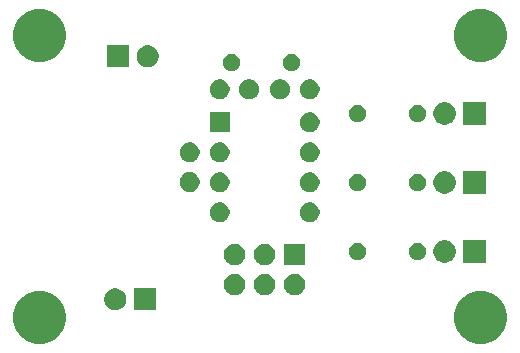
<source format=gbr>
G04 #@! TF.GenerationSoftware,KiCad,Pcbnew,(5.1.5)-3*
G04 #@! TF.CreationDate,2020-01-24T11:16:49+01:00*
G04 #@! TF.ProjectId,Ladestandsanzeige,4c616465-7374-4616-9e64-73616e7a6569,rev?*
G04 #@! TF.SameCoordinates,Original*
G04 #@! TF.FileFunction,Soldermask,Bot*
G04 #@! TF.FilePolarity,Negative*
%FSLAX46Y46*%
G04 Gerber Fmt 4.6, Leading zero omitted, Abs format (unit mm)*
G04 Created by KiCad (PCBNEW (5.1.5)-3) date 2020-01-24 11:16:49*
%MOMM*%
%LPD*%
G04 APERTURE LIST*
%ADD10C,0.100000*%
G04 APERTURE END LIST*
D10*
G36*
X160026556Y-121962728D02*
G01*
X160422593Y-122041504D01*
X160832249Y-122211189D01*
X161200929Y-122457534D01*
X161514466Y-122771071D01*
X161760811Y-123139751D01*
X161930496Y-123549407D01*
X162017000Y-123984296D01*
X162017000Y-124427704D01*
X161930496Y-124862593D01*
X161760811Y-125272249D01*
X161514466Y-125640929D01*
X161200929Y-125954466D01*
X160832249Y-126200811D01*
X160422593Y-126370496D01*
X160041880Y-126446224D01*
X159987705Y-126457000D01*
X159544295Y-126457000D01*
X159490120Y-126446224D01*
X159109407Y-126370496D01*
X158699751Y-126200811D01*
X158331071Y-125954466D01*
X158017534Y-125640929D01*
X157771189Y-125272249D01*
X157601504Y-124862593D01*
X157515000Y-124427704D01*
X157515000Y-123984296D01*
X157601504Y-123549407D01*
X157771189Y-123139751D01*
X158017534Y-122771071D01*
X158331071Y-122457534D01*
X158699751Y-122211189D01*
X159109407Y-122041504D01*
X159505444Y-121962728D01*
X159544295Y-121955000D01*
X159987705Y-121955000D01*
X160026556Y-121962728D01*
G37*
G36*
X122688556Y-121962728D02*
G01*
X123084593Y-122041504D01*
X123494249Y-122211189D01*
X123862929Y-122457534D01*
X124176466Y-122771071D01*
X124422811Y-123139751D01*
X124592496Y-123549407D01*
X124679000Y-123984296D01*
X124679000Y-124427704D01*
X124592496Y-124862593D01*
X124422811Y-125272249D01*
X124176466Y-125640929D01*
X123862929Y-125954466D01*
X123494249Y-126200811D01*
X123084593Y-126370496D01*
X122703880Y-126446224D01*
X122649705Y-126457000D01*
X122206295Y-126457000D01*
X122152120Y-126446224D01*
X121771407Y-126370496D01*
X121361751Y-126200811D01*
X120993071Y-125954466D01*
X120679534Y-125640929D01*
X120433189Y-125272249D01*
X120263504Y-124862593D01*
X120177000Y-124427704D01*
X120177000Y-123984296D01*
X120263504Y-123549407D01*
X120433189Y-123139751D01*
X120679534Y-122771071D01*
X120993071Y-122457534D01*
X121361751Y-122211189D01*
X121771407Y-122041504D01*
X122167444Y-121962728D01*
X122206295Y-121955000D01*
X122649705Y-121955000D01*
X122688556Y-121962728D01*
G37*
G36*
X132244000Y-123608000D02*
G01*
X130392000Y-123608000D01*
X130392000Y-121756000D01*
X132244000Y-121756000D01*
X132244000Y-123608000D01*
G37*
G36*
X129088104Y-121791585D02*
G01*
X129256626Y-121861389D01*
X129408291Y-121962728D01*
X129537272Y-122091709D01*
X129638611Y-122243374D01*
X129708415Y-122411896D01*
X129744000Y-122590797D01*
X129744000Y-122773203D01*
X129708415Y-122952104D01*
X129638611Y-123120626D01*
X129537272Y-123272291D01*
X129408291Y-123401272D01*
X129256626Y-123502611D01*
X129088104Y-123572415D01*
X128909203Y-123608000D01*
X128726797Y-123608000D01*
X128547896Y-123572415D01*
X128379374Y-123502611D01*
X128227709Y-123401272D01*
X128098728Y-123272291D01*
X127997389Y-123120626D01*
X127927585Y-122952104D01*
X127892000Y-122773203D01*
X127892000Y-122590797D01*
X127927585Y-122411896D01*
X127997389Y-122243374D01*
X128098728Y-122091709D01*
X128227709Y-121962728D01*
X128379374Y-121861389D01*
X128547896Y-121791585D01*
X128726797Y-121756000D01*
X128909203Y-121756000D01*
X129088104Y-121791585D01*
G37*
G36*
X144131512Y-120515927D02*
G01*
X144280812Y-120545624D01*
X144444784Y-120613544D01*
X144592354Y-120712147D01*
X144717853Y-120837646D01*
X144816456Y-120985216D01*
X144884376Y-121149188D01*
X144919000Y-121323259D01*
X144919000Y-121500741D01*
X144884376Y-121674812D01*
X144816456Y-121838784D01*
X144717853Y-121986354D01*
X144592354Y-122111853D01*
X144444784Y-122210456D01*
X144280812Y-122278376D01*
X144131512Y-122308073D01*
X144106742Y-122313000D01*
X143929258Y-122313000D01*
X143904488Y-122308073D01*
X143755188Y-122278376D01*
X143591216Y-122210456D01*
X143443646Y-122111853D01*
X143318147Y-121986354D01*
X143219544Y-121838784D01*
X143151624Y-121674812D01*
X143117000Y-121500741D01*
X143117000Y-121323259D01*
X143151624Y-121149188D01*
X143219544Y-120985216D01*
X143318147Y-120837646D01*
X143443646Y-120712147D01*
X143591216Y-120613544D01*
X143755188Y-120545624D01*
X143904488Y-120515927D01*
X143929258Y-120511000D01*
X144106742Y-120511000D01*
X144131512Y-120515927D01*
G37*
G36*
X139051512Y-120515927D02*
G01*
X139200812Y-120545624D01*
X139364784Y-120613544D01*
X139512354Y-120712147D01*
X139637853Y-120837646D01*
X139736456Y-120985216D01*
X139804376Y-121149188D01*
X139839000Y-121323259D01*
X139839000Y-121500741D01*
X139804376Y-121674812D01*
X139736456Y-121838784D01*
X139637853Y-121986354D01*
X139512354Y-122111853D01*
X139364784Y-122210456D01*
X139200812Y-122278376D01*
X139051512Y-122308073D01*
X139026742Y-122313000D01*
X138849258Y-122313000D01*
X138824488Y-122308073D01*
X138675188Y-122278376D01*
X138511216Y-122210456D01*
X138363646Y-122111853D01*
X138238147Y-121986354D01*
X138139544Y-121838784D01*
X138071624Y-121674812D01*
X138037000Y-121500741D01*
X138037000Y-121323259D01*
X138071624Y-121149188D01*
X138139544Y-120985216D01*
X138238147Y-120837646D01*
X138363646Y-120712147D01*
X138511216Y-120613544D01*
X138675188Y-120545624D01*
X138824488Y-120515927D01*
X138849258Y-120511000D01*
X139026742Y-120511000D01*
X139051512Y-120515927D01*
G37*
G36*
X141591512Y-120515927D02*
G01*
X141740812Y-120545624D01*
X141904784Y-120613544D01*
X142052354Y-120712147D01*
X142177853Y-120837646D01*
X142276456Y-120985216D01*
X142344376Y-121149188D01*
X142379000Y-121323259D01*
X142379000Y-121500741D01*
X142344376Y-121674812D01*
X142276456Y-121838784D01*
X142177853Y-121986354D01*
X142052354Y-122111853D01*
X141904784Y-122210456D01*
X141740812Y-122278376D01*
X141591512Y-122308073D01*
X141566742Y-122313000D01*
X141389258Y-122313000D01*
X141364488Y-122308073D01*
X141215188Y-122278376D01*
X141051216Y-122210456D01*
X140903646Y-122111853D01*
X140778147Y-121986354D01*
X140679544Y-121838784D01*
X140611624Y-121674812D01*
X140577000Y-121500741D01*
X140577000Y-121323259D01*
X140611624Y-121149188D01*
X140679544Y-120985216D01*
X140778147Y-120837646D01*
X140903646Y-120712147D01*
X141051216Y-120613544D01*
X141215188Y-120545624D01*
X141364488Y-120515927D01*
X141389258Y-120511000D01*
X141566742Y-120511000D01*
X141591512Y-120515927D01*
G37*
G36*
X144919000Y-119773000D02*
G01*
X143117000Y-119773000D01*
X143117000Y-117971000D01*
X144919000Y-117971000D01*
X144919000Y-119773000D01*
G37*
G36*
X141591512Y-117975927D02*
G01*
X141740812Y-118005624D01*
X141904784Y-118073544D01*
X142052354Y-118172147D01*
X142177853Y-118297646D01*
X142276456Y-118445216D01*
X142344376Y-118609188D01*
X142379000Y-118783259D01*
X142379000Y-118960741D01*
X142344376Y-119134812D01*
X142276456Y-119298784D01*
X142177853Y-119446354D01*
X142052354Y-119571853D01*
X141904784Y-119670456D01*
X141740812Y-119738376D01*
X141591512Y-119768073D01*
X141566742Y-119773000D01*
X141389258Y-119773000D01*
X141364488Y-119768073D01*
X141215188Y-119738376D01*
X141051216Y-119670456D01*
X140903646Y-119571853D01*
X140778147Y-119446354D01*
X140679544Y-119298784D01*
X140611624Y-119134812D01*
X140577000Y-118960741D01*
X140577000Y-118783259D01*
X140611624Y-118609188D01*
X140679544Y-118445216D01*
X140778147Y-118297646D01*
X140903646Y-118172147D01*
X141051216Y-118073544D01*
X141215188Y-118005624D01*
X141364488Y-117975927D01*
X141389258Y-117971000D01*
X141566742Y-117971000D01*
X141591512Y-117975927D01*
G37*
G36*
X139051512Y-117975927D02*
G01*
X139200812Y-118005624D01*
X139364784Y-118073544D01*
X139512354Y-118172147D01*
X139637853Y-118297646D01*
X139736456Y-118445216D01*
X139804376Y-118609188D01*
X139839000Y-118783259D01*
X139839000Y-118960741D01*
X139804376Y-119134812D01*
X139736456Y-119298784D01*
X139637853Y-119446354D01*
X139512354Y-119571853D01*
X139364784Y-119670456D01*
X139200812Y-119738376D01*
X139051512Y-119768073D01*
X139026742Y-119773000D01*
X138849258Y-119773000D01*
X138824488Y-119768073D01*
X138675188Y-119738376D01*
X138511216Y-119670456D01*
X138363646Y-119571853D01*
X138238147Y-119446354D01*
X138139544Y-119298784D01*
X138071624Y-119134812D01*
X138037000Y-118960741D01*
X138037000Y-118783259D01*
X138071624Y-118609188D01*
X138139544Y-118445216D01*
X138238147Y-118297646D01*
X138363646Y-118172147D01*
X138511216Y-118073544D01*
X138675188Y-118005624D01*
X138824488Y-117975927D01*
X138849258Y-117971000D01*
X139026742Y-117971000D01*
X139051512Y-117975927D01*
G37*
G36*
X156995395Y-117703546D02*
G01*
X157168466Y-117775234D01*
X157168467Y-117775235D01*
X157324227Y-117879310D01*
X157456690Y-118011773D01*
X157497964Y-118073544D01*
X157560766Y-118167534D01*
X157632454Y-118340605D01*
X157669000Y-118524333D01*
X157669000Y-118711667D01*
X157632454Y-118895395D01*
X157560766Y-119068466D01*
X157541877Y-119096735D01*
X157456690Y-119224227D01*
X157324227Y-119356690D01*
X157245818Y-119409081D01*
X157168466Y-119460766D01*
X156995395Y-119532454D01*
X156811667Y-119569000D01*
X156624333Y-119569000D01*
X156440605Y-119532454D01*
X156267534Y-119460766D01*
X156190182Y-119409081D01*
X156111773Y-119356690D01*
X155979310Y-119224227D01*
X155894123Y-119096735D01*
X155875234Y-119068466D01*
X155803546Y-118895395D01*
X155767000Y-118711667D01*
X155767000Y-118524333D01*
X155803546Y-118340605D01*
X155875234Y-118167534D01*
X155938036Y-118073544D01*
X155979310Y-118011773D01*
X156111773Y-117879310D01*
X156267533Y-117775235D01*
X156267534Y-117775234D01*
X156440605Y-117703546D01*
X156624333Y-117667000D01*
X156811667Y-117667000D01*
X156995395Y-117703546D01*
G37*
G36*
X160209000Y-119569000D02*
G01*
X158307000Y-119569000D01*
X158307000Y-117667000D01*
X160209000Y-117667000D01*
X160209000Y-119569000D01*
G37*
G36*
X149487850Y-117879309D02*
G01*
X149571059Y-117895860D01*
X149707732Y-117952472D01*
X149830735Y-118034660D01*
X149935340Y-118139265D01*
X150017528Y-118262268D01*
X150017529Y-118262270D01*
X150074140Y-118398941D01*
X150103000Y-118544032D01*
X150103000Y-118691968D01*
X150084841Y-118783259D01*
X150074140Y-118837059D01*
X150017528Y-118973732D01*
X149935340Y-119096735D01*
X149830735Y-119201340D01*
X149707732Y-119283528D01*
X149707731Y-119283529D01*
X149707730Y-119283529D01*
X149571059Y-119340140D01*
X149425968Y-119369000D01*
X149278032Y-119369000D01*
X149132941Y-119340140D01*
X148996270Y-119283529D01*
X148996269Y-119283529D01*
X148996268Y-119283528D01*
X148873265Y-119201340D01*
X148768660Y-119096735D01*
X148686472Y-118973732D01*
X148629860Y-118837059D01*
X148619159Y-118783259D01*
X148601000Y-118691968D01*
X148601000Y-118544032D01*
X148629860Y-118398941D01*
X148686471Y-118262270D01*
X148686472Y-118262268D01*
X148768660Y-118139265D01*
X148873265Y-118034660D01*
X148996268Y-117952472D01*
X149132941Y-117895860D01*
X149216150Y-117879309D01*
X149278032Y-117867000D01*
X149425968Y-117867000D01*
X149487850Y-117879309D01*
G37*
G36*
X154567850Y-117879309D02*
G01*
X154651059Y-117895860D01*
X154787732Y-117952472D01*
X154910735Y-118034660D01*
X155015340Y-118139265D01*
X155097528Y-118262268D01*
X155097529Y-118262270D01*
X155154140Y-118398941D01*
X155183000Y-118544032D01*
X155183000Y-118691968D01*
X155164841Y-118783259D01*
X155154140Y-118837059D01*
X155097528Y-118973732D01*
X155015340Y-119096735D01*
X154910735Y-119201340D01*
X154787732Y-119283528D01*
X154787731Y-119283529D01*
X154787730Y-119283529D01*
X154651059Y-119340140D01*
X154505968Y-119369000D01*
X154358032Y-119369000D01*
X154212941Y-119340140D01*
X154076270Y-119283529D01*
X154076269Y-119283529D01*
X154076268Y-119283528D01*
X153953265Y-119201340D01*
X153848660Y-119096735D01*
X153766472Y-118973732D01*
X153709860Y-118837059D01*
X153699159Y-118783259D01*
X153681000Y-118691968D01*
X153681000Y-118544032D01*
X153709860Y-118398941D01*
X153766471Y-118262270D01*
X153766472Y-118262268D01*
X153848660Y-118139265D01*
X153953265Y-118034660D01*
X154076268Y-117952472D01*
X154212941Y-117895860D01*
X154296150Y-117879309D01*
X154358032Y-117867000D01*
X154505968Y-117867000D01*
X154567850Y-117879309D01*
G37*
G36*
X145536228Y-114497703D02*
G01*
X145691100Y-114561853D01*
X145830481Y-114654985D01*
X145949015Y-114773519D01*
X146042147Y-114912900D01*
X146106297Y-115067772D01*
X146139000Y-115232184D01*
X146139000Y-115399816D01*
X146106297Y-115564228D01*
X146042147Y-115719100D01*
X145949015Y-115858481D01*
X145830481Y-115977015D01*
X145691100Y-116070147D01*
X145536228Y-116134297D01*
X145371816Y-116167000D01*
X145204184Y-116167000D01*
X145039772Y-116134297D01*
X144884900Y-116070147D01*
X144745519Y-115977015D01*
X144626985Y-115858481D01*
X144533853Y-115719100D01*
X144469703Y-115564228D01*
X144437000Y-115399816D01*
X144437000Y-115232184D01*
X144469703Y-115067772D01*
X144533853Y-114912900D01*
X144626985Y-114773519D01*
X144745519Y-114654985D01*
X144884900Y-114561853D01*
X145039772Y-114497703D01*
X145204184Y-114465000D01*
X145371816Y-114465000D01*
X145536228Y-114497703D01*
G37*
G36*
X137916228Y-114497703D02*
G01*
X138071100Y-114561853D01*
X138210481Y-114654985D01*
X138329015Y-114773519D01*
X138422147Y-114912900D01*
X138486297Y-115067772D01*
X138519000Y-115232184D01*
X138519000Y-115399816D01*
X138486297Y-115564228D01*
X138422147Y-115719100D01*
X138329015Y-115858481D01*
X138210481Y-115977015D01*
X138071100Y-116070147D01*
X137916228Y-116134297D01*
X137751816Y-116167000D01*
X137584184Y-116167000D01*
X137419772Y-116134297D01*
X137264900Y-116070147D01*
X137125519Y-115977015D01*
X137006985Y-115858481D01*
X136913853Y-115719100D01*
X136849703Y-115564228D01*
X136817000Y-115399816D01*
X136817000Y-115232184D01*
X136849703Y-115067772D01*
X136913853Y-114912900D01*
X137006985Y-114773519D01*
X137125519Y-114654985D01*
X137264900Y-114561853D01*
X137419772Y-114497703D01*
X137584184Y-114465000D01*
X137751816Y-114465000D01*
X137916228Y-114497703D01*
G37*
G36*
X156995395Y-111861546D02*
G01*
X157168466Y-111933234D01*
X157168467Y-111933235D01*
X157324227Y-112037310D01*
X157456690Y-112169773D01*
X157499284Y-112233520D01*
X157560766Y-112325534D01*
X157632454Y-112498605D01*
X157669000Y-112682333D01*
X157669000Y-112869667D01*
X157632454Y-113053395D01*
X157560766Y-113226466D01*
X157541877Y-113254735D01*
X157456690Y-113382227D01*
X157324227Y-113514690D01*
X157301092Y-113530148D01*
X157168466Y-113618766D01*
X156995395Y-113690454D01*
X156811667Y-113727000D01*
X156624333Y-113727000D01*
X156440605Y-113690454D01*
X156267534Y-113618766D01*
X156134908Y-113530148D01*
X156111773Y-113514690D01*
X155979310Y-113382227D01*
X155894123Y-113254735D01*
X155875234Y-113226466D01*
X155803546Y-113053395D01*
X155767000Y-112869667D01*
X155767000Y-112682333D01*
X155803546Y-112498605D01*
X155875234Y-112325534D01*
X155936716Y-112233520D01*
X155979310Y-112169773D01*
X156111773Y-112037310D01*
X156267533Y-111933235D01*
X156267534Y-111933234D01*
X156440605Y-111861546D01*
X156624333Y-111825000D01*
X156811667Y-111825000D01*
X156995395Y-111861546D01*
G37*
G36*
X160209000Y-113727000D02*
G01*
X158307000Y-113727000D01*
X158307000Y-111825000D01*
X160209000Y-111825000D01*
X160209000Y-113727000D01*
G37*
G36*
X145536228Y-111957703D02*
G01*
X145691100Y-112021853D01*
X145830481Y-112114985D01*
X145949015Y-112233519D01*
X146042147Y-112372900D01*
X146106297Y-112527772D01*
X146139000Y-112692184D01*
X146139000Y-112859816D01*
X146106297Y-113024228D01*
X146042147Y-113179100D01*
X145949015Y-113318481D01*
X145830481Y-113437015D01*
X145691100Y-113530147D01*
X145536228Y-113594297D01*
X145371816Y-113627000D01*
X145204184Y-113627000D01*
X145039772Y-113594297D01*
X144884900Y-113530147D01*
X144745519Y-113437015D01*
X144626985Y-113318481D01*
X144533853Y-113179100D01*
X144469703Y-113024228D01*
X144437000Y-112859816D01*
X144437000Y-112692184D01*
X144469703Y-112527772D01*
X144533853Y-112372900D01*
X144626985Y-112233519D01*
X144745519Y-112114985D01*
X144884900Y-112021853D01*
X145039772Y-111957703D01*
X145204184Y-111925000D01*
X145371816Y-111925000D01*
X145536228Y-111957703D01*
G37*
G36*
X137916228Y-111957703D02*
G01*
X138071100Y-112021853D01*
X138210481Y-112114985D01*
X138329015Y-112233519D01*
X138422147Y-112372900D01*
X138486297Y-112527772D01*
X138519000Y-112692184D01*
X138519000Y-112859816D01*
X138486297Y-113024228D01*
X138422147Y-113179100D01*
X138329015Y-113318481D01*
X138210481Y-113437015D01*
X138071100Y-113530147D01*
X137916228Y-113594297D01*
X137751816Y-113627000D01*
X137584184Y-113627000D01*
X137419772Y-113594297D01*
X137264900Y-113530147D01*
X137125519Y-113437015D01*
X137006985Y-113318481D01*
X136913853Y-113179100D01*
X136849703Y-113024228D01*
X136817000Y-112859816D01*
X136817000Y-112692184D01*
X136849703Y-112527772D01*
X136913853Y-112372900D01*
X137006985Y-112233519D01*
X137125519Y-112114985D01*
X137264900Y-112021853D01*
X137419772Y-111957703D01*
X137584184Y-111925000D01*
X137751816Y-111925000D01*
X137916228Y-111957703D01*
G37*
G36*
X135376228Y-111917703D02*
G01*
X135531100Y-111981853D01*
X135670481Y-112074985D01*
X135789015Y-112193519D01*
X135882147Y-112332900D01*
X135946297Y-112487772D01*
X135979000Y-112652184D01*
X135979000Y-112819816D01*
X135946297Y-112984228D01*
X135882147Y-113139100D01*
X135789015Y-113278481D01*
X135670481Y-113397015D01*
X135531100Y-113490147D01*
X135376228Y-113554297D01*
X135211816Y-113587000D01*
X135044184Y-113587000D01*
X134879772Y-113554297D01*
X134724900Y-113490147D01*
X134585519Y-113397015D01*
X134466985Y-113278481D01*
X134373853Y-113139100D01*
X134309703Y-112984228D01*
X134277000Y-112819816D01*
X134277000Y-112652184D01*
X134309703Y-112487772D01*
X134373853Y-112332900D01*
X134466985Y-112193519D01*
X134585519Y-112074985D01*
X134724900Y-111981853D01*
X134879772Y-111917703D01*
X135044184Y-111885000D01*
X135211816Y-111885000D01*
X135376228Y-111917703D01*
G37*
G36*
X149487850Y-112037309D02*
G01*
X149571059Y-112053860D01*
X149707732Y-112110472D01*
X149830735Y-112192660D01*
X149935340Y-112297265D01*
X150017528Y-112420268D01*
X150074140Y-112556941D01*
X150103000Y-112702033D01*
X150103000Y-112849967D01*
X150074140Y-112995059D01*
X150017528Y-113131732D01*
X149935340Y-113254735D01*
X149830735Y-113359340D01*
X149707732Y-113441528D01*
X149707731Y-113441529D01*
X149707730Y-113441529D01*
X149571059Y-113498140D01*
X149425968Y-113527000D01*
X149278032Y-113527000D01*
X149132941Y-113498140D01*
X148996270Y-113441529D01*
X148996269Y-113441529D01*
X148996268Y-113441528D01*
X148873265Y-113359340D01*
X148768660Y-113254735D01*
X148686472Y-113131732D01*
X148629860Y-112995059D01*
X148601000Y-112849967D01*
X148601000Y-112702033D01*
X148629860Y-112556941D01*
X148686472Y-112420268D01*
X148768660Y-112297265D01*
X148873265Y-112192660D01*
X148996268Y-112110472D01*
X149132941Y-112053860D01*
X149216150Y-112037309D01*
X149278032Y-112025000D01*
X149425968Y-112025000D01*
X149487850Y-112037309D01*
G37*
G36*
X154567850Y-112037309D02*
G01*
X154651059Y-112053860D01*
X154787732Y-112110472D01*
X154910735Y-112192660D01*
X155015340Y-112297265D01*
X155097528Y-112420268D01*
X155154140Y-112556941D01*
X155183000Y-112702033D01*
X155183000Y-112849967D01*
X155154140Y-112995059D01*
X155097528Y-113131732D01*
X155015340Y-113254735D01*
X154910735Y-113359340D01*
X154787732Y-113441528D01*
X154787731Y-113441529D01*
X154787730Y-113441529D01*
X154651059Y-113498140D01*
X154505968Y-113527000D01*
X154358032Y-113527000D01*
X154212941Y-113498140D01*
X154076270Y-113441529D01*
X154076269Y-113441529D01*
X154076268Y-113441528D01*
X153953265Y-113359340D01*
X153848660Y-113254735D01*
X153766472Y-113131732D01*
X153709860Y-112995059D01*
X153681000Y-112849967D01*
X153681000Y-112702033D01*
X153709860Y-112556941D01*
X153766472Y-112420268D01*
X153848660Y-112297265D01*
X153953265Y-112192660D01*
X154076268Y-112110472D01*
X154212941Y-112053860D01*
X154296150Y-112037309D01*
X154358032Y-112025000D01*
X154505968Y-112025000D01*
X154567850Y-112037309D01*
G37*
G36*
X145536228Y-109417703D02*
G01*
X145691100Y-109481853D01*
X145830481Y-109574985D01*
X145949015Y-109693519D01*
X146042147Y-109832900D01*
X146106297Y-109987772D01*
X146139000Y-110152184D01*
X146139000Y-110319816D01*
X146106297Y-110484228D01*
X146042147Y-110639100D01*
X145949015Y-110778481D01*
X145830481Y-110897015D01*
X145691100Y-110990147D01*
X145536228Y-111054297D01*
X145371816Y-111087000D01*
X145204184Y-111087000D01*
X145039772Y-111054297D01*
X144884900Y-110990147D01*
X144745519Y-110897015D01*
X144626985Y-110778481D01*
X144533853Y-110639100D01*
X144469703Y-110484228D01*
X144437000Y-110319816D01*
X144437000Y-110152184D01*
X144469703Y-109987772D01*
X144533853Y-109832900D01*
X144626985Y-109693519D01*
X144745519Y-109574985D01*
X144884900Y-109481853D01*
X145039772Y-109417703D01*
X145204184Y-109385000D01*
X145371816Y-109385000D01*
X145536228Y-109417703D01*
G37*
G36*
X137916228Y-109417703D02*
G01*
X138071100Y-109481853D01*
X138210481Y-109574985D01*
X138329015Y-109693519D01*
X138422147Y-109832900D01*
X138486297Y-109987772D01*
X138519000Y-110152184D01*
X138519000Y-110319816D01*
X138486297Y-110484228D01*
X138422147Y-110639100D01*
X138329015Y-110778481D01*
X138210481Y-110897015D01*
X138071100Y-110990147D01*
X137916228Y-111054297D01*
X137751816Y-111087000D01*
X137584184Y-111087000D01*
X137419772Y-111054297D01*
X137264900Y-110990147D01*
X137125519Y-110897015D01*
X137006985Y-110778481D01*
X136913853Y-110639100D01*
X136849703Y-110484228D01*
X136817000Y-110319816D01*
X136817000Y-110152184D01*
X136849703Y-109987772D01*
X136913853Y-109832900D01*
X137006985Y-109693519D01*
X137125519Y-109574985D01*
X137264900Y-109481853D01*
X137419772Y-109417703D01*
X137584184Y-109385000D01*
X137751816Y-109385000D01*
X137916228Y-109417703D01*
G37*
G36*
X135376228Y-109417703D02*
G01*
X135531100Y-109481853D01*
X135670481Y-109574985D01*
X135789015Y-109693519D01*
X135882147Y-109832900D01*
X135946297Y-109987772D01*
X135979000Y-110152184D01*
X135979000Y-110319816D01*
X135946297Y-110484228D01*
X135882147Y-110639100D01*
X135789015Y-110778481D01*
X135670481Y-110897015D01*
X135531100Y-110990147D01*
X135376228Y-111054297D01*
X135211816Y-111087000D01*
X135044184Y-111087000D01*
X134879772Y-111054297D01*
X134724900Y-110990147D01*
X134585519Y-110897015D01*
X134466985Y-110778481D01*
X134373853Y-110639100D01*
X134309703Y-110484228D01*
X134277000Y-110319816D01*
X134277000Y-110152184D01*
X134309703Y-109987772D01*
X134373853Y-109832900D01*
X134466985Y-109693519D01*
X134585519Y-109574985D01*
X134724900Y-109481853D01*
X134879772Y-109417703D01*
X135044184Y-109385000D01*
X135211816Y-109385000D01*
X135376228Y-109417703D01*
G37*
G36*
X145536228Y-106877703D02*
G01*
X145691100Y-106941853D01*
X145830481Y-107034985D01*
X145949015Y-107153519D01*
X146042147Y-107292900D01*
X146106297Y-107447772D01*
X146139000Y-107612184D01*
X146139000Y-107779816D01*
X146106297Y-107944228D01*
X146042147Y-108099100D01*
X145949015Y-108238481D01*
X145830481Y-108357015D01*
X145691100Y-108450147D01*
X145536228Y-108514297D01*
X145371816Y-108547000D01*
X145204184Y-108547000D01*
X145039772Y-108514297D01*
X144884900Y-108450147D01*
X144745519Y-108357015D01*
X144626985Y-108238481D01*
X144533853Y-108099100D01*
X144469703Y-107944228D01*
X144437000Y-107779816D01*
X144437000Y-107612184D01*
X144469703Y-107447772D01*
X144533853Y-107292900D01*
X144626985Y-107153519D01*
X144745519Y-107034985D01*
X144884900Y-106941853D01*
X145039772Y-106877703D01*
X145204184Y-106845000D01*
X145371816Y-106845000D01*
X145536228Y-106877703D01*
G37*
G36*
X138519000Y-108547000D02*
G01*
X136817000Y-108547000D01*
X136817000Y-106845000D01*
X138519000Y-106845000D01*
X138519000Y-108547000D01*
G37*
G36*
X156995395Y-106019546D02*
G01*
X157168466Y-106091234D01*
X157168467Y-106091235D01*
X157324227Y-106195310D01*
X157456690Y-106327773D01*
X157509081Y-106406182D01*
X157560766Y-106483534D01*
X157632454Y-106656605D01*
X157669000Y-106840333D01*
X157669000Y-107027667D01*
X157632454Y-107211395D01*
X157560766Y-107384466D01*
X157541877Y-107412735D01*
X157456690Y-107540227D01*
X157324227Y-107672690D01*
X157245818Y-107725081D01*
X157168466Y-107776766D01*
X156995395Y-107848454D01*
X156811667Y-107885000D01*
X156624333Y-107885000D01*
X156440605Y-107848454D01*
X156267534Y-107776766D01*
X156190182Y-107725081D01*
X156111773Y-107672690D01*
X155979310Y-107540227D01*
X155894123Y-107412735D01*
X155875234Y-107384466D01*
X155803546Y-107211395D01*
X155767000Y-107027667D01*
X155767000Y-106840333D01*
X155803546Y-106656605D01*
X155875234Y-106483534D01*
X155926919Y-106406182D01*
X155979310Y-106327773D01*
X156111773Y-106195310D01*
X156267533Y-106091235D01*
X156267534Y-106091234D01*
X156440605Y-106019546D01*
X156624333Y-105983000D01*
X156811667Y-105983000D01*
X156995395Y-106019546D01*
G37*
G36*
X160209000Y-107885000D02*
G01*
X158307000Y-107885000D01*
X158307000Y-105983000D01*
X160209000Y-105983000D01*
X160209000Y-107885000D01*
G37*
G36*
X154567850Y-106195309D02*
G01*
X154651059Y-106211860D01*
X154787732Y-106268472D01*
X154910735Y-106350660D01*
X155015340Y-106455265D01*
X155097528Y-106578268D01*
X155154140Y-106714941D01*
X155183000Y-106860033D01*
X155183000Y-107007967D01*
X155154140Y-107153059D01*
X155097528Y-107289732D01*
X155015340Y-107412735D01*
X154910735Y-107517340D01*
X154787732Y-107599528D01*
X154787731Y-107599529D01*
X154787730Y-107599529D01*
X154651059Y-107656140D01*
X154505968Y-107685000D01*
X154358032Y-107685000D01*
X154212941Y-107656140D01*
X154076270Y-107599529D01*
X154076269Y-107599529D01*
X154076268Y-107599528D01*
X153953265Y-107517340D01*
X153848660Y-107412735D01*
X153766472Y-107289732D01*
X153709860Y-107153059D01*
X153681000Y-107007967D01*
X153681000Y-106860033D01*
X153709860Y-106714941D01*
X153766472Y-106578268D01*
X153848660Y-106455265D01*
X153953265Y-106350660D01*
X154076268Y-106268472D01*
X154212941Y-106211860D01*
X154296150Y-106195309D01*
X154358032Y-106183000D01*
X154505968Y-106183000D01*
X154567850Y-106195309D01*
G37*
G36*
X149487850Y-106195309D02*
G01*
X149571059Y-106211860D01*
X149707732Y-106268472D01*
X149830735Y-106350660D01*
X149935340Y-106455265D01*
X150017528Y-106578268D01*
X150074140Y-106714941D01*
X150103000Y-106860033D01*
X150103000Y-107007967D01*
X150074140Y-107153059D01*
X150017528Y-107289732D01*
X149935340Y-107412735D01*
X149830735Y-107517340D01*
X149707732Y-107599528D01*
X149707731Y-107599529D01*
X149707730Y-107599529D01*
X149571059Y-107656140D01*
X149425968Y-107685000D01*
X149278032Y-107685000D01*
X149132941Y-107656140D01*
X148996270Y-107599529D01*
X148996269Y-107599529D01*
X148996268Y-107599528D01*
X148873265Y-107517340D01*
X148768660Y-107412735D01*
X148686472Y-107289732D01*
X148629860Y-107153059D01*
X148601000Y-107007967D01*
X148601000Y-106860033D01*
X148629860Y-106714941D01*
X148686472Y-106578268D01*
X148768660Y-106455265D01*
X148873265Y-106350660D01*
X148996268Y-106268472D01*
X149132941Y-106211860D01*
X149216150Y-106195309D01*
X149278032Y-106183000D01*
X149425968Y-106183000D01*
X149487850Y-106195309D01*
G37*
G36*
X143036228Y-104083703D02*
G01*
X143191100Y-104147853D01*
X143330481Y-104240985D01*
X143449015Y-104359519D01*
X143542147Y-104498900D01*
X143606297Y-104653772D01*
X143639000Y-104818184D01*
X143639000Y-104985816D01*
X143606297Y-105150228D01*
X143542147Y-105305100D01*
X143449015Y-105444481D01*
X143330481Y-105563015D01*
X143191100Y-105656147D01*
X143036228Y-105720297D01*
X142871816Y-105753000D01*
X142704184Y-105753000D01*
X142539772Y-105720297D01*
X142384900Y-105656147D01*
X142245519Y-105563015D01*
X142126985Y-105444481D01*
X142033853Y-105305100D01*
X141969703Y-105150228D01*
X141937000Y-104985816D01*
X141937000Y-104818184D01*
X141969703Y-104653772D01*
X142033853Y-104498900D01*
X142126985Y-104359519D01*
X142245519Y-104240985D01*
X142384900Y-104147853D01*
X142539772Y-104083703D01*
X142704184Y-104051000D01*
X142871816Y-104051000D01*
X143036228Y-104083703D01*
G37*
G36*
X140416228Y-104083703D02*
G01*
X140571100Y-104147853D01*
X140710481Y-104240985D01*
X140829015Y-104359519D01*
X140922147Y-104498900D01*
X140986297Y-104653772D01*
X141019000Y-104818184D01*
X141019000Y-104985816D01*
X140986297Y-105150228D01*
X140922147Y-105305100D01*
X140829015Y-105444481D01*
X140710481Y-105563015D01*
X140571100Y-105656147D01*
X140416228Y-105720297D01*
X140251816Y-105753000D01*
X140084184Y-105753000D01*
X139919772Y-105720297D01*
X139764900Y-105656147D01*
X139625519Y-105563015D01*
X139506985Y-105444481D01*
X139413853Y-105305100D01*
X139349703Y-105150228D01*
X139317000Y-104985816D01*
X139317000Y-104818184D01*
X139349703Y-104653772D01*
X139413853Y-104498900D01*
X139506985Y-104359519D01*
X139625519Y-104240985D01*
X139764900Y-104147853D01*
X139919772Y-104083703D01*
X140084184Y-104051000D01*
X140251816Y-104051000D01*
X140416228Y-104083703D01*
G37*
G36*
X137916228Y-104083703D02*
G01*
X138071100Y-104147853D01*
X138210481Y-104240985D01*
X138329015Y-104359519D01*
X138422147Y-104498900D01*
X138486297Y-104653772D01*
X138519000Y-104818184D01*
X138519000Y-104985816D01*
X138486297Y-105150228D01*
X138422147Y-105305100D01*
X138329015Y-105444481D01*
X138210481Y-105563015D01*
X138071100Y-105656147D01*
X137916228Y-105720297D01*
X137751816Y-105753000D01*
X137584184Y-105753000D01*
X137419772Y-105720297D01*
X137264900Y-105656147D01*
X137125519Y-105563015D01*
X137006985Y-105444481D01*
X136913853Y-105305100D01*
X136849703Y-105150228D01*
X136817000Y-104985816D01*
X136817000Y-104818184D01*
X136849703Y-104653772D01*
X136913853Y-104498900D01*
X137006985Y-104359519D01*
X137125519Y-104240985D01*
X137264900Y-104147853D01*
X137419772Y-104083703D01*
X137584184Y-104051000D01*
X137751816Y-104051000D01*
X137916228Y-104083703D01*
G37*
G36*
X145536228Y-104083703D02*
G01*
X145691100Y-104147853D01*
X145830481Y-104240985D01*
X145949015Y-104359519D01*
X146042147Y-104498900D01*
X146106297Y-104653772D01*
X146139000Y-104818184D01*
X146139000Y-104985816D01*
X146106297Y-105150228D01*
X146042147Y-105305100D01*
X145949015Y-105444481D01*
X145830481Y-105563015D01*
X145691100Y-105656147D01*
X145536228Y-105720297D01*
X145371816Y-105753000D01*
X145204184Y-105753000D01*
X145039772Y-105720297D01*
X144884900Y-105656147D01*
X144745519Y-105563015D01*
X144626985Y-105444481D01*
X144533853Y-105305100D01*
X144469703Y-105150228D01*
X144437000Y-104985816D01*
X144437000Y-104818184D01*
X144469703Y-104653772D01*
X144533853Y-104498900D01*
X144626985Y-104359519D01*
X144745519Y-104240985D01*
X144884900Y-104147853D01*
X145039772Y-104083703D01*
X145204184Y-104051000D01*
X145371816Y-104051000D01*
X145536228Y-104083703D01*
G37*
G36*
X138903059Y-101893860D02*
G01*
X139039732Y-101950472D01*
X139162735Y-102032660D01*
X139267340Y-102137265D01*
X139349528Y-102260268D01*
X139349529Y-102260270D01*
X139406140Y-102396941D01*
X139435000Y-102542032D01*
X139435000Y-102689968D01*
X139433344Y-102698291D01*
X139406140Y-102835059D01*
X139349528Y-102971732D01*
X139267340Y-103094735D01*
X139162735Y-103199340D01*
X139039732Y-103281528D01*
X139039731Y-103281529D01*
X139039730Y-103281529D01*
X138903059Y-103338140D01*
X138757968Y-103367000D01*
X138610032Y-103367000D01*
X138464941Y-103338140D01*
X138328270Y-103281529D01*
X138328269Y-103281529D01*
X138328268Y-103281528D01*
X138205265Y-103199340D01*
X138100660Y-103094735D01*
X138018472Y-102971732D01*
X137961860Y-102835059D01*
X137934656Y-102698291D01*
X137933000Y-102689968D01*
X137933000Y-102542032D01*
X137961860Y-102396941D01*
X138018471Y-102260270D01*
X138018472Y-102260268D01*
X138100660Y-102137265D01*
X138205265Y-102032660D01*
X138328268Y-101950472D01*
X138464941Y-101893860D01*
X138610032Y-101865000D01*
X138757968Y-101865000D01*
X138903059Y-101893860D01*
G37*
G36*
X143983059Y-101893860D02*
G01*
X144119732Y-101950472D01*
X144242735Y-102032660D01*
X144347340Y-102137265D01*
X144429528Y-102260268D01*
X144429529Y-102260270D01*
X144486140Y-102396941D01*
X144515000Y-102542032D01*
X144515000Y-102689968D01*
X144513344Y-102698291D01*
X144486140Y-102835059D01*
X144429528Y-102971732D01*
X144347340Y-103094735D01*
X144242735Y-103199340D01*
X144119732Y-103281528D01*
X144119731Y-103281529D01*
X144119730Y-103281529D01*
X143983059Y-103338140D01*
X143837968Y-103367000D01*
X143690032Y-103367000D01*
X143544941Y-103338140D01*
X143408270Y-103281529D01*
X143408269Y-103281529D01*
X143408268Y-103281528D01*
X143285265Y-103199340D01*
X143180660Y-103094735D01*
X143098472Y-102971732D01*
X143041860Y-102835059D01*
X143014656Y-102698291D01*
X143013000Y-102689968D01*
X143013000Y-102542032D01*
X143041860Y-102396941D01*
X143098471Y-102260270D01*
X143098472Y-102260268D01*
X143180660Y-102137265D01*
X143285265Y-102032660D01*
X143408268Y-101950472D01*
X143544941Y-101893860D01*
X143690032Y-101865000D01*
X143837968Y-101865000D01*
X143983059Y-101893860D01*
G37*
G36*
X131842104Y-101217585D02*
G01*
X132010626Y-101287389D01*
X132162291Y-101388728D01*
X132291272Y-101517709D01*
X132392611Y-101669374D01*
X132462415Y-101837896D01*
X132498000Y-102016797D01*
X132498000Y-102199203D01*
X132462415Y-102378104D01*
X132392611Y-102546626D01*
X132291272Y-102698291D01*
X132162291Y-102827272D01*
X132010626Y-102928611D01*
X131842104Y-102998415D01*
X131663203Y-103034000D01*
X131480797Y-103034000D01*
X131301896Y-102998415D01*
X131133374Y-102928611D01*
X130981709Y-102827272D01*
X130852728Y-102698291D01*
X130751389Y-102546626D01*
X130681585Y-102378104D01*
X130646000Y-102199203D01*
X130646000Y-102016797D01*
X130681585Y-101837896D01*
X130751389Y-101669374D01*
X130852728Y-101517709D01*
X130981709Y-101388728D01*
X131133374Y-101287389D01*
X131301896Y-101217585D01*
X131480797Y-101182000D01*
X131663203Y-101182000D01*
X131842104Y-101217585D01*
G37*
G36*
X129998000Y-103034000D02*
G01*
X128146000Y-103034000D01*
X128146000Y-101182000D01*
X129998000Y-101182000D01*
X129998000Y-103034000D01*
G37*
G36*
X160041880Y-98089776D02*
G01*
X160422593Y-98165504D01*
X160832249Y-98335189D01*
X161200929Y-98581534D01*
X161514466Y-98895071D01*
X161760811Y-99263751D01*
X161930496Y-99673407D01*
X162017000Y-100108296D01*
X162017000Y-100551704D01*
X161930496Y-100986593D01*
X161760811Y-101396249D01*
X161514466Y-101764929D01*
X161200929Y-102078466D01*
X160832249Y-102324811D01*
X160422593Y-102494496D01*
X160041880Y-102570224D01*
X159987705Y-102581000D01*
X159544295Y-102581000D01*
X159490120Y-102570224D01*
X159109407Y-102494496D01*
X158699751Y-102324811D01*
X158331071Y-102078466D01*
X158017534Y-101764929D01*
X157771189Y-101396249D01*
X157601504Y-100986593D01*
X157515000Y-100551704D01*
X157515000Y-100108296D01*
X157601504Y-99673407D01*
X157771189Y-99263751D01*
X158017534Y-98895071D01*
X158331071Y-98581534D01*
X158699751Y-98335189D01*
X159109407Y-98165504D01*
X159490120Y-98089776D01*
X159544295Y-98079000D01*
X159987705Y-98079000D01*
X160041880Y-98089776D01*
G37*
G36*
X122703880Y-98089776D02*
G01*
X123084593Y-98165504D01*
X123494249Y-98335189D01*
X123862929Y-98581534D01*
X124176466Y-98895071D01*
X124422811Y-99263751D01*
X124592496Y-99673407D01*
X124679000Y-100108296D01*
X124679000Y-100551704D01*
X124592496Y-100986593D01*
X124422811Y-101396249D01*
X124176466Y-101764929D01*
X123862929Y-102078466D01*
X123494249Y-102324811D01*
X123084593Y-102494496D01*
X122703880Y-102570224D01*
X122649705Y-102581000D01*
X122206295Y-102581000D01*
X122152120Y-102570224D01*
X121771407Y-102494496D01*
X121361751Y-102324811D01*
X120993071Y-102078466D01*
X120679534Y-101764929D01*
X120433189Y-101396249D01*
X120263504Y-100986593D01*
X120177000Y-100551704D01*
X120177000Y-100108296D01*
X120263504Y-99673407D01*
X120433189Y-99263751D01*
X120679534Y-98895071D01*
X120993071Y-98581534D01*
X121361751Y-98335189D01*
X121771407Y-98165504D01*
X122152120Y-98089776D01*
X122206295Y-98079000D01*
X122649705Y-98079000D01*
X122703880Y-98089776D01*
G37*
M02*

</source>
